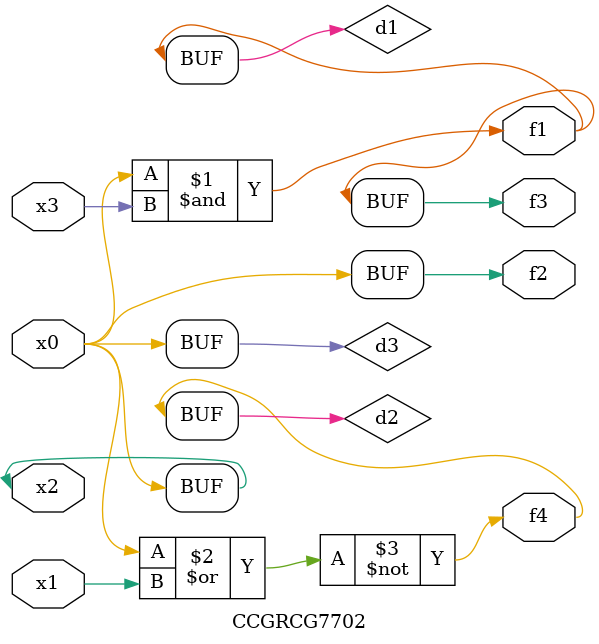
<source format=v>
module CCGRCG7702(
	input x0, x1, x2, x3,
	output f1, f2, f3, f4
);

	wire d1, d2, d3;

	and (d1, x2, x3);
	nor (d2, x0, x1);
	buf (d3, x0, x2);
	assign f1 = d1;
	assign f2 = d3;
	assign f3 = d1;
	assign f4 = d2;
endmodule

</source>
